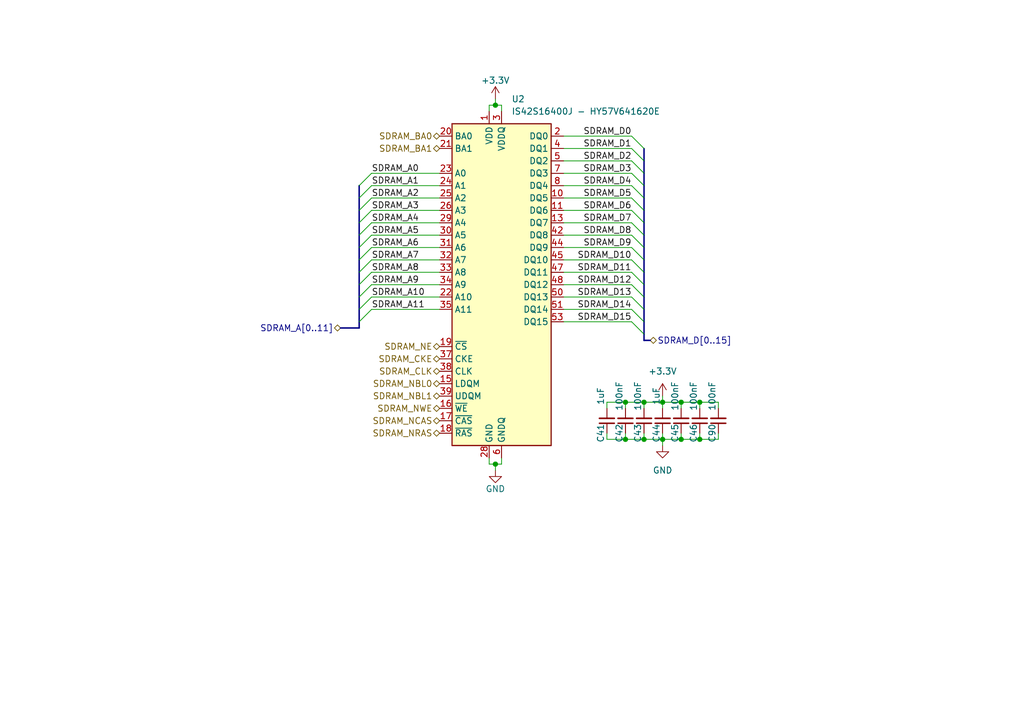
<source format=kicad_sch>
(kicad_sch (version 20211123) (generator eeschema)
  (paper "A5")
  (lib_symbols
    (symbol "Device:C_Small" (pin_numbers hide) (pin_names (offset 0.254) hide)
      (property "Reference" "C" (at 0.254 1.778 0))
      (property "Value" "C_Small" (at 0.254 -2.032 0))
      (symbol "C_Small_0_1"
        (polyline (pts (xy -1.524 -0.508) (xy 1.524 -0.508)) (stroke (width 0.3302)))
        (polyline (pts (xy -1.524 0.508) (xy 1.524 0.508)) (stroke (width 0.3048)))
      )
      (symbol "C_Small_1_1"
        (pin passive line (at 0 2.54 270) (length 2.032) (name "~") (number "1"))
        (pin passive line (at 0 -2.54 90) (length 2.032) (name "~") (number "2"))
      )
    )
    (symbol "Memory_RAM:IS42S16400J-xT"
      (property "Reference" "U" (at -8.89 34.29 0))
      (property "Value" "IS42S16400J-xT" (at 8.89 34.29 0))
      (symbol "IS42S16400J-xT_1_1"
        (rectangle (start -10.16 33.02) (end 10.16 -33.02) (stroke (width 0.254)) (fill (type background)))
        (pin power_in line (at -2.54 35.56 270) (length 2.54) (name "VDD") (number "1"))
        (pin bidirectional line (at 12.7 17.78 180) (length 2.54) (name "DQ5") (number "10"))
        (pin bidirectional line (at 12.7 15.24 180) (length 2.54) (name "DQ6") (number "11"))
        (pin passive line (at 0 -35.56 90) (length 2.54) hide (name "GNDQ") (number "12"))
        (pin bidirectional line (at 12.7 12.7 180) (length 2.54) (name "DQ7") (number "13"))
        (pin passive line (at -2.54 35.56 270) (length 2.54) hide (name "VDD") (number "14"))
        (pin input line (at -12.7 -20.32 0) (length 2.54) (name "LDQM") (number "15"))
        (pin input line (at -12.7 -25.4 0) (length 2.54) (name "~{WE}") (number "16"))
        (pin input line (at -12.7 -27.94 0) (length 2.54) (name "~{CAS}") (number "17"))
        (pin input line (at -12.7 -30.48 0) (length 2.54) (name "~{RAS}") (number "18"))
        (pin input line (at -12.7 -12.7 0) (length 2.54) (name "~{CS}") (number "19"))
        (pin bidirectional line (at 12.7 30.48 180) (length 2.54) (name "DQ0") (number "2"))
        (pin input line (at -12.7 30.48 0) (length 2.54) (name "BA0") (number "20"))
        (pin input line (at -12.7 27.94 0) (length 2.54) (name "BA1") (number "21"))
        (pin input line (at -12.7 -2.54 0) (length 2.54) (name "A10") (number "22"))
        (pin input line (at -12.7 22.86 0) (length 2.54) (name "A0") (number "23"))
        (pin input line (at -12.7 20.32 0) (length 2.54) (name "A1") (number "24"))
        (pin input line (at -12.7 17.78 0) (length 2.54) (name "A2") (number "25"))
        (pin input line (at -12.7 15.24 0) (length 2.54) (name "A3") (number "26"))
        (pin passive line (at -2.54 35.56 270) (length 2.54) hide (name "VDD") (number "27"))
        (pin power_in line (at -2.54 -35.56 90) (length 2.54) (name "GND") (number "28"))
        (pin input line (at -12.7 12.7 0) (length 2.54) (name "A4") (number "29"))
        (pin power_in line (at 0 35.56 270) (length 2.54) (name "VDDQ") (number "3"))
        (pin input line (at -12.7 10.16 0) (length 2.54) (name "A5") (number "30"))
        (pin input line (at -12.7 7.62 0) (length 2.54) (name "A6") (number "31"))
        (pin input line (at -12.7 5.08 0) (length 2.54) (name "A7") (number "32"))
        (pin input line (at -12.7 2.54 0) (length 2.54) (name "A8") (number "33"))
        (pin input line (at -12.7 0 0) (length 2.54) (name "A9") (number "34"))
        (pin input line (at -12.7 -5.08 0) (length 2.54) (name "A11") (number "35"))
        (pin no_connect line (at 10.16 -17.78 180) (length 2.54) hide (name "NC") (number "36"))
        (pin input line (at -12.7 -15.24 0) (length 2.54) (name "CKE") (number "37"))
        (pin input line (at -12.7 -17.78 0) (length 2.54) (name "CLK") (number "38"))
        (pin input line (at -12.7 -22.86 0) (length 2.54) (name "UDQM") (number "39"))
        (pin bidirectional line (at 12.7 27.94 180) (length 2.54) (name "DQ1") (number "4"))
        (pin no_connect line (at 10.16 -20.32 180) (length 2.54) hide (name "NC") (number "40"))
        (pin passive line (at -2.54 -35.56 90) (length 2.54) hide (name "GND") (number "41"))
        (pin bidirectional line (at 12.7 10.16 180) (length 2.54) (name "DQ8") (number "42"))
        (pin passive line (at 0 35.56 270) (length 2.54) hide (name "VDDQ") (number "43"))
        (pin bidirectional line (at 12.7 7.62 180) (length 2.54) (name "DQ9") (number "44"))
        (pin bidirectional line (at 12.7 5.08 180) (length 2.54) (name "DQ10") (number "45"))
        (pin passive line (at 0 -35.56 90) (length 2.54) hide (name "GNDQ") (number "46"))
        (pin bidirectional line (at 12.7 2.54 180) (length 2.54) (name "DQ11") (number "47"))
        (pin bidirectional line (at 12.7 0 180) (length 2.54) (name "DQ12") (number "48"))
        (pin passive line (at 0 35.56 270) (length 2.54) hide (name "VDDQ") (number "49"))
        (pin bidirectional line (at 12.7 25.4 180) (length 2.54) (name "DQ2") (number "5"))
        (pin bidirectional line (at 12.7 -2.54 180) (length 2.54) (name "DQ13") (number "50"))
        (pin bidirectional line (at 12.7 -5.08 180) (length 2.54) (name "DQ14") (number "51"))
        (pin passive line (at 0 -35.56 90) (length 2.54) hide (name "GNDQ") (number "52"))
        (pin bidirectional line (at 12.7 -7.62 180) (length 2.54) (name "DQ15") (number "53"))
        (pin passive line (at -2.54 -35.56 90) (length 2.54) hide (name "GND") (number "54"))
        (pin power_in line (at 0 -35.56 90) (length 2.54) (name "GNDQ") (number "6"))
        (pin bidirectional line (at 12.7 22.86 180) (length 2.54) (name "DQ3") (number "7"))
        (pin bidirectional line (at 12.7 20.32 180) (length 2.54) (name "DQ4") (number "8"))
        (pin passive line (at 0 35.56 270) (length 2.54) hide (name "VDDQ") (number "9"))
      )
    )
    (symbol "power:+3.3V" (power) (pin_names (offset 0))
      (property "Value" "+3.3V" (at 0 3.556 0))
      (symbol "+3.3V_0_1"
        (polyline (pts (xy -0.762 1.27) (xy 0 2.54)))
        (polyline (pts (xy 0 0) (xy 0 2.54)))
        (polyline (pts (xy 0 2.54) (xy 0.762 1.27)))
      )
      (symbol "+3.3V_1_1"
        (pin power_in line (at 0 0 90) (length 0) hide (name "+3.3V") (number "1"))
      )
    )
    (symbol "power:GND" (power) (pin_names (offset 0))
      (property "Value" "GND" (at 0 -3.81 0))
      (symbol "GND_0_1"
        (polyline (pts (xy 0 0) (xy 0 -1.27) (xy 1.27 -1.27) (xy 0 -2.54) (xy -1.27 -1.27) (xy 0 -1.27)))
      )
      (symbol "GND_1_1"
        (pin power_in line (at 0 0 270) (length 0) hide (name "GND") (number "1"))
      )
    )
  )
  (junction (at 101.6 95.25))
  (junction (at 139.7 82.55))
  (junction (at 135.89 90.17))
  (junction (at 143.51 82.55))
  (junction (at 139.7 90.17))
  (junction (at 143.51 90.17))
  (junction (at 135.89 82.55))
  (junction (at 128.27 82.55))
  (junction (at 132.08 90.17))
  (junction (at 101.6 21.59))
  (junction (at 132.08 82.55))
  (junction (at 128.27 90.17))
  (bus_entry (at 73.66 53.34) (size 2.54 -2.54))
  (bus_entry (at 129.54 60.96) (size 2.54 2.54))
  (bus_entry (at 129.54 66.04) (size 2.54 2.54))
  (bus_entry (at 73.66 43.18) (size 2.54 -2.54))
  (bus_entry (at 73.66 50.8) (size 2.54 -2.54))
  (bus_entry (at 73.66 40.64) (size 2.54 -2.54))
  (bus_entry (at 129.54 48.26) (size 2.54 2.54))
  (bus_entry (at 129.54 50.8) (size 2.54 2.54))
  (bus_entry (at 73.66 63.5) (size 2.54 -2.54))
  (bus_entry (at 129.54 30.48) (size 2.54 2.54))
  (bus_entry (at 129.54 35.56) (size 2.54 2.54))
  (bus_entry (at 73.66 38.1) (size 2.54 -2.54))
  (bus_entry (at 129.54 58.42) (size 2.54 2.54))
  (bus_entry (at 129.54 43.18) (size 2.54 2.54))
  (bus_entry (at 129.54 27.94) (size 2.54 2.54))
  (bus_entry (at 73.66 60.96) (size 2.54 -2.54))
  (bus_entry (at 73.66 58.42) (size 2.54 -2.54))
  (bus_entry (at 129.54 40.64) (size 2.54 2.54))
  (bus_entry (at 129.54 45.72) (size 2.54 2.54))
  (bus_entry (at 73.66 55.88) (size 2.54 -2.54))
  (bus_entry (at 129.54 63.5) (size 2.54 2.54))
  (bus_entry (at 129.54 33.02) (size 2.54 2.54))
  (bus_entry (at 129.54 53.34) (size 2.54 2.54))
  (bus_entry (at 129.54 38.1) (size 2.54 2.54))
  (bus_entry (at 73.66 48.26) (size 2.54 -2.54))
  (bus_entry (at 129.54 55.88) (size 2.54 2.54))
  (bus_entry (at 73.66 66.04) (size 2.54 -2.54))
  (bus_entry (at 73.66 45.72) (size 2.54 -2.54))
  (bus (pts (xy 132.08 68.58) (xy 132.08 69.85)))
  (wire (pts (xy 139.7 82.55) (xy 139.7 83.82)))
  (wire (pts (xy 115.57 40.64) (xy 129.54 40.64)))
  (wire (pts (xy 100.33 95.25) (xy 101.6 95.25)))
  (wire (pts (xy 76.2 43.18) (xy 90.17 43.18)))
  (wire (pts (xy 76.2 35.56) (xy 90.17 35.56)))
  (bus (pts (xy 73.66 38.1) (xy 73.66 40.64)))
  (wire (pts (xy 76.2 45.72) (xy 90.17 45.72)))
  (wire (pts (xy 147.32 82.55) (xy 143.51 82.55)))
  (wire (pts (xy 115.57 43.18) (xy 129.54 43.18)))
  (wire (pts (xy 132.08 90.17) (xy 128.27 90.17)))
  (wire (pts (xy 102.87 21.59) (xy 102.87 22.86)))
  (wire (pts (xy 76.2 53.34) (xy 90.17 53.34)))
  (wire (pts (xy 124.46 82.55) (xy 128.27 82.55)))
  (bus (pts (xy 132.08 63.5) (xy 132.08 66.04)))
  (wire (pts (xy 115.57 27.94) (xy 129.54 27.94)))
  (wire (pts (xy 100.33 22.86) (xy 100.33 21.59)))
  (bus (pts (xy 73.66 66.04) (xy 73.66 67.31)))
  (wire (pts (xy 135.89 90.17) (xy 135.89 88.9)))
  (wire (pts (xy 143.51 82.55) (xy 143.51 83.82)))
  (bus (pts (xy 132.08 35.56) (xy 132.08 38.1)))
  (wire (pts (xy 76.2 58.42) (xy 90.17 58.42)))
  (wire (pts (xy 128.27 82.55) (xy 128.27 83.82)))
  (bus (pts (xy 132.08 43.18) (xy 132.08 45.72)))
  (wire (pts (xy 128.27 88.9) (xy 128.27 90.17)))
  (bus (pts (xy 132.08 40.64) (xy 132.08 43.18)))
  (wire (pts (xy 115.57 30.48) (xy 129.54 30.48)))
  (wire (pts (xy 115.57 58.42) (xy 129.54 58.42)))
  (bus (pts (xy 73.66 43.18) (xy 73.66 45.72)))
  (bus (pts (xy 132.08 60.96) (xy 132.08 63.5)))
  (wire (pts (xy 115.57 66.04) (xy 129.54 66.04)))
  (wire (pts (xy 143.51 90.17) (xy 139.7 90.17)))
  (bus (pts (xy 132.08 48.26) (xy 132.08 50.8)))
  (wire (pts (xy 139.7 82.55) (xy 143.51 82.55)))
  (wire (pts (xy 143.51 88.9) (xy 143.51 90.17)))
  (wire (pts (xy 135.89 90.17) (xy 135.89 91.44)))
  (wire (pts (xy 147.32 90.17) (xy 143.51 90.17)))
  (wire (pts (xy 101.6 95.25) (xy 101.6 96.52)))
  (bus (pts (xy 132.08 45.72) (xy 132.08 48.26)))
  (wire (pts (xy 76.2 40.64) (xy 90.17 40.64)))
  (wire (pts (xy 115.57 55.88) (xy 129.54 55.88)))
  (bus (pts (xy 132.08 50.8) (xy 132.08 53.34)))
  (wire (pts (xy 135.89 81.28) (xy 135.89 82.55)))
  (wire (pts (xy 76.2 55.88) (xy 90.17 55.88)))
  (bus (pts (xy 73.66 58.42) (xy 73.66 60.96)))
  (bus (pts (xy 73.66 50.8) (xy 73.66 53.34)))
  (wire (pts (xy 101.6 21.59) (xy 102.87 21.59)))
  (wire (pts (xy 115.57 50.8) (xy 129.54 50.8)))
  (wire (pts (xy 101.6 95.25) (xy 102.87 95.25)))
  (wire (pts (xy 76.2 48.26) (xy 90.17 48.26)))
  (wire (pts (xy 115.57 60.96) (xy 129.54 60.96)))
  (bus (pts (xy 132.08 55.88) (xy 132.08 58.42)))
  (wire (pts (xy 76.2 38.1) (xy 90.17 38.1)))
  (bus (pts (xy 73.66 48.26) (xy 73.66 50.8)))
  (wire (pts (xy 115.57 48.26) (xy 129.54 48.26)))
  (wire (pts (xy 132.08 88.9) (xy 132.08 90.17)))
  (wire (pts (xy 100.33 21.59) (xy 101.6 21.59)))
  (wire (pts (xy 135.89 82.55) (xy 139.7 82.55)))
  (bus (pts (xy 132.08 69.85) (xy 133.35 69.85)))
  (wire (pts (xy 101.6 20.32) (xy 101.6 21.59)))
  (wire (pts (xy 128.27 90.17) (xy 124.46 90.17)))
  (wire (pts (xy 102.87 93.98) (xy 102.87 95.25)))
  (bus (pts (xy 132.08 30.48) (xy 132.08 33.02)))
  (wire (pts (xy 115.57 45.72) (xy 129.54 45.72)))
  (wire (pts (xy 132.08 82.55) (xy 132.08 83.82)))
  (wire (pts (xy 115.57 53.34) (xy 129.54 53.34)))
  (wire (pts (xy 115.57 63.5) (xy 129.54 63.5)))
  (bus (pts (xy 132.08 58.42) (xy 132.08 60.96)))
  (wire (pts (xy 132.08 90.17) (xy 135.89 90.17)))
  (bus (pts (xy 132.08 66.04) (xy 132.08 68.58)))
  (bus (pts (xy 132.08 38.1) (xy 132.08 40.64)))
  (bus (pts (xy 132.08 33.02) (xy 132.08 35.56)))
  (wire (pts (xy 76.2 63.5) (xy 90.17 63.5)))
  (bus (pts (xy 73.66 60.96) (xy 73.66 63.5)))
  (bus (pts (xy 73.66 55.88) (xy 73.66 58.42)))
  (wire (pts (xy 147.32 83.82) (xy 147.32 82.55)))
  (wire (pts (xy 76.2 60.96) (xy 90.17 60.96)))
  (wire (pts (xy 124.46 90.17) (xy 124.46 88.9)))
  (bus (pts (xy 73.66 63.5) (xy 73.66 66.04)))
  (wire (pts (xy 139.7 88.9) (xy 139.7 90.17)))
  (wire (pts (xy 115.57 33.02) (xy 129.54 33.02)))
  (bus (pts (xy 69.85 67.31) (xy 73.66 67.31)))
  (bus (pts (xy 73.66 40.64) (xy 73.66 43.18)))
  (wire (pts (xy 115.57 35.56) (xy 129.54 35.56)))
  (wire (pts (xy 124.46 83.82) (xy 124.46 82.55)))
  (bus (pts (xy 132.08 53.34) (xy 132.08 55.88)))
  (wire (pts (xy 128.27 82.55) (xy 132.08 82.55)))
  (wire (pts (xy 147.32 88.9) (xy 147.32 90.17)))
  (wire (pts (xy 100.33 93.98) (xy 100.33 95.25)))
  (wire (pts (xy 139.7 90.17) (xy 135.89 90.17)))
  (wire (pts (xy 76.2 50.8) (xy 90.17 50.8)))
  (wire (pts (xy 132.08 82.55) (xy 135.89 82.55)))
  (bus (pts (xy 73.66 53.34) (xy 73.66 55.88)))
  (wire (pts (xy 135.89 83.82) (xy 135.89 82.55)))
  (wire (pts (xy 115.57 38.1) (xy 129.54 38.1)))
  (bus (pts (xy 73.66 45.72) (xy 73.66 48.26)))
  (label "SDRAM_A2" (at 76.2 40.64 0))
  (label "SDRAM_D13" (at 129.54 60.96 180))
  (label "SDRAM_D15" (at 129.54 66.04 180))
  (label "SDRAM_D14" (at 129.54 63.5 180))
  (label "SDRAM_A4" (at 76.2 45.72 0))
  (label "SDRAM_D5" (at 129.54 40.64 180))
  (label "SDRAM_A3" (at 76.2 43.18 0))
  (label "SDRAM_D0" (at 129.54 27.94 180))
  (label "SDRAM_D7" (at 129.54 45.72 180))
  (label "SDRAM_D2" (at 129.54 33.02 180))
  (label "SDRAM_D12" (at 129.54 58.42 180))
  (label "SDRAM_A9" (at 76.2 58.42 0))
  (label "SDRAM_A8" (at 76.2 55.88 0))
  (label "SDRAM_D6" (at 129.54 43.18 180))
  (label "SDRAM_D8" (at 129.54 48.26 180))
  (label "SDRAM_D3" (at 129.54 35.56 180))
  (label "SDRAM_D10" (at 129.54 53.34 180))
  (label "SDRAM_A6" (at 76.2 50.8 0))
  (label "SDRAM_D1" (at 129.54 30.48 180))
  (label "SDRAM_A0" (at 76.2 35.56 0))
  (label "SDRAM_A7" (at 76.2 53.34 0))
  (label "SDRAM_A11" (at 76.2 63.5 0))
  (label "SDRAM_D4" (at 129.54 38.1 180))
  (label "SDRAM_A5" (at 76.2 48.26 0))
  (label "SDRAM_D9" (at 129.54 50.8 180))
  (label "SDRAM_A10" (at 76.2 60.96 0))
  (label "SDRAM_D11" (at 129.54 55.88 180))
  (label "SDRAM_A1" (at 76.2 38.1 0))
  (hierarchical_label "SDRAM_BA1" (shape bidirectional) (at 90.17 30.48 180))
  (hierarchical_label "SDRAM_NE" (shape bidirectional) (at 90.17 71.12 180))
  (hierarchical_label "SDRAM_NWE" (shape bidirectional) (at 90.17 83.82 180))
  (hierarchical_label "SDRAM_NBL1" (shape bidirectional) (at 90.17 81.28 180))
  (hierarchical_label "SDRAM_NRAS" (shape bidirectional) (at 90.17 88.9 180))
  (hierarchical_label "SDRAM_NCAS" (shape bidirectional) (at 90.17 86.36 180))
  (hierarchical_label "SDRAM_CKE" (shape bidirectional) (at 90.17 73.66 180))
  (hierarchical_label "SDRAM_NBL0" (shape bidirectional) (at 90.17 78.74 180))
  (hierarchical_label "SDRAM_A[0..11]" (shape bidirectional) (at 69.85 67.31 180))
  (hierarchical_label "SDRAM_BA0" (shape bidirectional) (at 90.17 27.94 180))
  (hierarchical_label "SDRAM_D[0..15]" (shape bidirectional) (at 133.35 69.85 0))
  (hierarchical_label "SDRAM_CLK" (shape bidirectional) (at 90.17 76.2 180))
  (symbol (lib_id "power:GND") (at 135.89 91.44 0) (mirror y) (unit 1)
    (property "Reference" "#PWR0163" (effects hide))
    (property "Value" "GND" (at 135.89 96.52 0))
  )
  (symbol (lib_id "power:GND") (at 101.6 96.52 0) (unit 1)
    (property "Reference" "#PWR0116" (effects hide))
    (property "Value" "GND" (at 101.6 100.33 0))
  )
  (symbol (lib_id "power:+3.3V") (at 135.89 81.28 0) (mirror y) (unit 1)
    (property "Reference" "#PWR0164" (effects hide))
    (property "Value" "+3.3V" (at 135.89 76.2 0))
  )
  (symbol (lib_id "Device:C_Small") (at 143.51 86.36 180) (unit 1)
    (property "Reference" "C46" (at 142.24 88.9 90))
    (property "Value" "100nF" (at 142.24 81.28 90))
    (property "Footprint" "Capacitor_SMD:C_0603_1608Metric" (effects hide))
  )
  (symbol (lib_id "power:+3.3V") (at 101.6 20.32 0) (unit 1)
    (property "Reference" "#PWR0120" (effects hide))
    (property "Value" "+3.3V" (at 101.6 16.51 0))
  )
  (symbol (lib_id "Memory_RAM:IS42S16400J-xT") (at 102.87 58.42 0) (unit 1)
    (property "Reference" "U2" (at 104.8894 20.32 0) (effects (justify left)))
    (property "Value" "IS42S16400J - HY57V641620E" (at 104.8894 22.86 0) (effects (justify left)))
    (property "Footprint" "Package_SO:TSOP-II-54_22.2x10.16mm_P0.8mm" (effects hide))
    (property "Datasheet" "http://www.issi.com/WW/pdf/42-45S16400J.pdf" (effects hide))
  )
  (symbol (lib_id "Device:C_Small") (at 135.89 86.36 180) (unit 1)
    (property "Reference" "C44" (at 134.62 88.9 90))
    (property "Value" "1uF" (at 134.62 81.28 90))
    (property "Footprint" "Capacitor_SMD:C_0603_1608Metric" (effects hide))
  )
  (symbol (lib_id "Device:C_Small") (at 132.08 86.36 180) (unit 1)
    (property "Reference" "C43" (at 130.81 88.9 90))
    (property "Value" "100nF" (at 130.81 81.28 90))
    (property "Footprint" "Capacitor_SMD:C_0603_1608Metric" (effects hide))
  )
  (symbol (lib_id "Device:C_Small") (at 147.32 86.36 180) (unit 1)
    (property "Reference" "C90" (at 146.05 88.9 90))
    (property "Value" "100nF" (at 146.05 81.28 90))
    (property "Footprint" "Capacitor_SMD:C_0603_1608Metric" (effects hide))
  )
  (symbol (lib_id "Device:C_Small") (at 139.7 86.36 180) (unit 1)
    (property "Reference" "C45" (at 138.43 88.9 90))
    (property "Value" "100nF" (at 138.43 81.28 90))
    (property "Footprint" "Capacitor_SMD:C_0603_1608Metric" (effects hide))
  )
  (symbol (lib_id "Device:C_Small") (at 128.27 86.36 180) (unit 1)
    (property "Reference" "C42" (at 127 88.9 90))
    (property "Value" "100nF" (at 127 81.28 90))
    (property "Footprint" "Capacitor_SMD:C_0603_1608Metric" (effects hide))
  )
  (symbol (lib_id "Device:C_Small") (at 124.46 86.36 180) (unit 1)
    (property "Reference" "C41" (at 123.19 88.9 90))
    (property "Value" "1uF" (at 123.19 81.28 90))
    (property "Footprint" "Capacitor_SMD:C_0603_1608Metric" (effects hide))
  )
)
</source>
